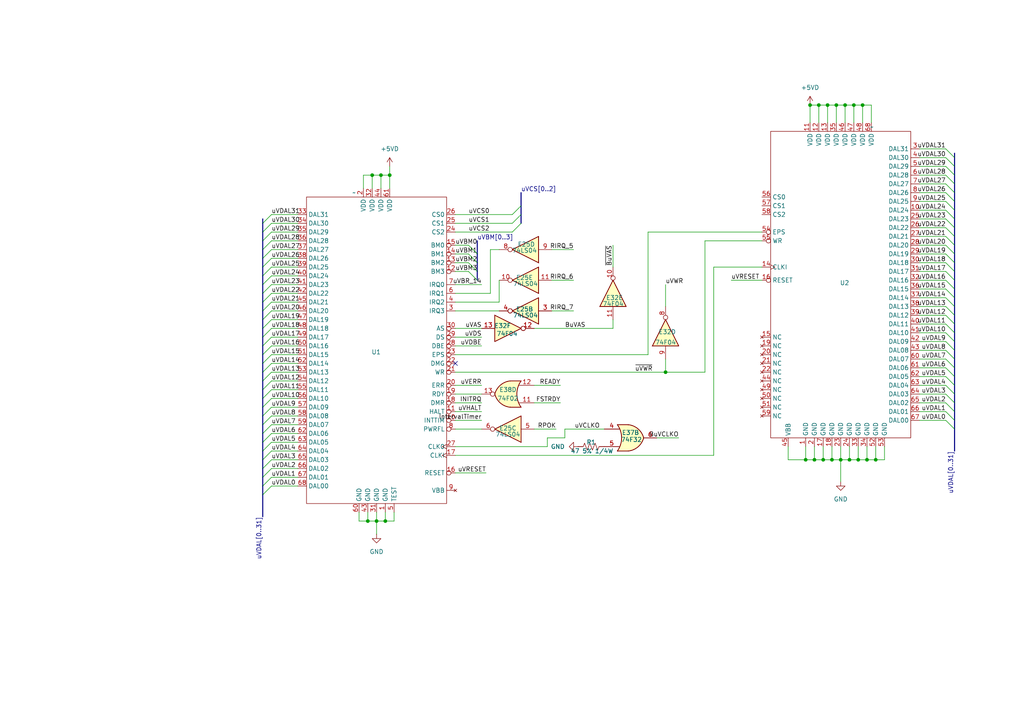
<source format=kicad_sch>
(kicad_sch (version 20250114) (generator "eeschema") (generator_version "9.0")
  (paper "A4")
  (lib_symbols
    (symbol "74xx:7402" (pin_names (offset 1.016))
      (property "Reference" "U" (at 0 1.27 0))
      (property "Value" "7402" (at 0 -1.27 0))
      (symbol "7402_1_1"
        (arc (start -3.81 3.81) (mid -2.589 0) (end -3.81 -3.81) (stroke (width 0.254)))
        (polyline (pts (xy -3.81 3.81) (xy -0.635 3.81)) (stroke (width 0.254)) (fill (type background)))
        (polyline (pts (xy -3.81 -3.81) (xy -0.635 -3.81)) (stroke (width 0.254)) (fill (type background)))
        (arc (start 3.81 0) (mid 2.1855 -2.584) (end -0.6096 -3.81) (stroke (width 0.254)) (fill (type background)))
        (arc (start -0.6096 3.81) (mid 2.1928 2.5924) (end 3.81 0) (stroke (width 0.254)) (fill (type background)))
        (polyline (pts (xy -0.635 3.81) (xy -3.81 3.81) (xy -3.81 3.81) (xy -3.556 3.4036) (xy -3.0226 2.2606) (xy -2.6924 1.0414) (xy -2.6162 -0.254) (xy -2.7686 -1.4986) (xy -3.175 -2.7178) (xy -3.81 -3.81) (xy -3.81 -3.81) (xy -0.635 -3.81)) (stroke (width -25.4)) (fill (type background)))
        (pin input line (at -7.62 2.54 0) (length 4.318) (name "~") (number "2"))
        (pin input line (at -7.62 -2.54 0) (length 4.318) (name "~") (number "3"))
        (pin output inverted (at 7.62 0 180) (length 3.81) (name "~") (number "1"))
      )
      (symbol "7402_1_2"
        (arc (start 0 3.81) (mid 3.7934 0) (end 0 -3.81) (stroke (width 0.254)) (fill (type background)))
        (polyline (pts (xy 0 3.81) (xy -3.81 3.81) (xy -3.81 -3.81) (xy 0 -3.81)) (stroke (width 0.254)) (fill (type background)))
        (pin input inverted (at -7.62 2.54 0) (length 3.81) (name "~") (number "2"))
        (pin input inverted (at -7.62 -2.54 0) (length 3.81) (name "~") (number "3"))
        (pin output line (at 7.62 0 180) (length 3.81) (name "~") (number "1"))
      )
      (symbol "7402_2_1"
        (arc (start -3.81 3.81) (mid -2.589 0) (end -3.81 -3.81) (stroke (width 0.254)))
        (polyline (pts (xy -3.81 3.81) (xy -0.635 3.81)) (stroke (width 0.254)) (fill (type background)))
        (polyline (pts (xy -3.81 -3.81) (xy -0.635 -3.81)) (stroke (width 0.254)) (fill (type background)))
        (arc (start 3.81 0) (mid 2.1855 -2.584) (end -0.6096 -3.81) (stroke (width 0.254)) (fill (type background)))
        (arc (start -0.6096 3.81) (mid 2.1928 2.5924) (end 3.81 0) (stroke (width 0.254)) (fill (type background)))
        (polyline (pts (xy -0.635 3.81) (xy -3.81 3.81) (xy -3.81 3.81) (xy -3.556 3.4036) (xy -3.0226 2.2606) (xy -2.6924 1.0414) (xy -2.6162 -0.254) (xy -2.7686 -1.4986) (xy -3.175 -2.7178) (xy -3.81 -3.81) (xy -3.81 -3.81) (xy -0.635 -3.81)) (stroke (width -25.4)) (fill (type background)))
        (pin input line (at -7.62 2.54 0) (length 4.318) (name "~") (number "5"))
        (pin input line (at -7.62 -2.54 0) (length 4.318) (name "~") (number "6"))
        (pin output inverted (at 7.62 0 180) (length 3.81) (name "~") (number "4"))
      )
      (symbol "7402_2_2"
        (arc (start 0 3.81) (mid 3.7934 0) (end 0 -3.81) (stroke (width 0.254)) (fill (type background)))
        (polyline (pts (xy 0 3.81) (xy -3.81 3.81) (xy -3.81 -3.81) (xy 0 -3.81)) (stroke (width 0.254)) (fill (type background)))
        (pin input inverted (at -7.62 2.54 0) (length 3.81) (name "~") (number "5"))
        (pin input inverted (at -7.62 -2.54 0) (length 3.81) (name "~") (number "6"))
        (pin output line (at 7.62 0 180) (length 3.81) (name "~") (number "4"))
      )
      (symbol "7402_3_1"
        (arc (start -3.81 3.81) (mid -2.589 0) (end -3.81 -3.81) (stroke (width 0.254)))
        (polyline (pts (xy -3.81 3.81) (xy -0.635 3.81)) (stroke (width 0.254)) (fill (type background)))
        (polyline (pts (xy -3.81 -3.81) (xy -0.635 -3.81)) (stroke (width 0.254)) (fill (type background)))
        (arc (start 3.81 0) (mid 2.1855 -2.584) (end -0.6096 -3.81) (stroke (width 0.254)) (fill (type background)))
        (arc (start -0.6096 3.81) (mid 2.1928 2.5924) (end 3.81 0) (stroke (width 0.254)) (fill (type background)))
        (polyline (pts (xy -0.635 3.81) (xy -3.81 3.81) (xy -3.81 3.81) (xy -3.556 3.4036) (xy -3.0226 2.2606) (xy -2.6924 1.0414) (xy -2.6162 -0.254) (xy -2.7686 -1.4986) (xy -3.175 -2.7178) (xy -3.81 -3.81) (xy -3.81 -3.81) (xy -0.635 -3.81)) (stroke (width -25.4)) (fill (type background)))
        (pin input line (at -7.62 2.54 0) (length 4.318) (name "~") (number "8"))
        (pin input line (at -7.62 -2.54 0) (length 4.318) (name "~") (number "9"))
        (pin output inverted (at 7.62 0 180) (length 3.81) (name "~") (number "10"))
      )
      (symbol "7402_3_2"
        (arc (start 0 3.81) (mid 3.7934 0) (end 0 -3.81) (stroke (width 0.254)) (fill (type background)))
        (polyline (pts (xy 0 3.81) (xy -3.81 3.81) (xy -3.81 -3.81) (xy 0 -3.81)) (stroke (width 0.254)) (fill (type background)))
        (pin input inverted (at -7.62 2.54 0) (length 3.81) (name "~") (number "8"))
        (pin input inverted (at -7.62 -2.54 0) (length 3.81) (name "~") (number "9"))
        (pin output line (at 7.62 0 180) (length 3.81) (name "~") (number "10"))
      )
      (symbol "7402_4_1"
        (arc (start -3.81 3.81) (mid -2.589 0) (end -3.81 -3.81) (stroke (width 0.254)))
        (polyline (pts (xy -3.81 3.81) (xy -0.635 3.81)) (stroke (width 0.254)) (fill (type background)))
        (polyline (pts (xy -3.81 -3.81) (xy -0.635 -3.81)) (stroke (width 0.254)) (fill (type background)))
        (arc (start 3.81 0) (mid 2.1855 -2.584) (end -0.6096 -3.81) (stroke (width 0.254)) (fill (type background)))
        (arc (start -0.6096 3.81) (mid 2.1928 2.5924) (end 3.81 0) (stroke (width 0.254)) (fill (type background)))
        (polyline (pts (xy -0.635 3.81) (xy -3.81 3.81) (xy -3.81 3.81) (xy -3.556 3.4036) (xy -3.0226 2.2606) (xy -2.6924 1.0414) (xy -2.6162 -0.254) (xy -2.7686 -1.4986) (xy -3.175 -2.7178) (xy -3.81 -3.81) (xy -3.81 -3.81) (xy -0.635 -3.81)) (stroke (width -25.4)) (fill (type background)))
        (pin input line (at -7.62 2.54 0) (length 4.318) (name "~") (number "11"))
        (pin input line (at -7.62 -2.54 0) (length 4.318) (name "~") (number "12"))
        (pin output inverted (at 7.62 0 180) (length 3.81) (name "~") (number "13"))
      )
      (symbol "7402_4_2"
        (arc (start 0 3.81) (mid 3.7934 0) (end 0 -3.81) (stroke (width 0.254)) (fill (type background)))
        (polyline (pts (xy 0 3.81) (xy -3.81 3.81) (xy -3.81 -3.81) (xy 0 -3.81)) (stroke (width 0.254)) (fill (type background)))
        (pin input inverted (at -7.62 2.54 0) (length 3.81) (name "~") (number "11"))
        (pin input inverted (at -7.62 -2.54 0) (length 3.81) (name "~") (number "12"))
        (pin output line (at 7.62 0 180) (length 3.81) (name "~") (number "13"))
      )
      (symbol "7402_5_0"
        (pin power_in line (at 0 12.7 270) (length 5.08) (name "VCC") (number "14"))
        (pin power_in line (at 0 -12.7 90) (length 5.08) (name "GND") (number "7"))
      )
      (symbol "7402_5_1"
        (rectangle (start -5.08 7.62) (end 5.08 -7.62) (stroke (width 0.254)) (fill (type background)))
      )
    )
    (symbol "74xx:74LS04"
      (property "Reference" "U" (at 0 1.27 0))
      (property "Value" "74LS04" (at 0 -1.27 0))
      (symbol "74LS04_1_0"
        (polyline (pts (xy -3.81 3.81) (xy -3.81 -3.81) (xy 3.81 0) (xy -3.81 3.81)) (stroke (width 0.254)) (fill (type background)))
        (pin input line (at -7.62 0 0) (length 3.81) (name "~") (number "1"))
        (pin output inverted (at 7.62 0 180) (length 3.81) (name "~") (number "2"))
      )
      (symbol "74LS04_2_0"
        (polyline (pts (xy -3.81 3.81) (xy -3.81 -3.81) (xy 3.81 0) (xy -3.81 3.81)) (stroke (width 0.254)) (fill (type background)))
        (pin input line (at -7.62 0 0) (length 3.81) (name "~") (number "3"))
        (pin output inverted (at 7.62 0 180) (length 3.81) (name "~") (number "4"))
      )
      (symbol "74LS04_3_0"
        (polyline (pts (xy -3.81 3.81) (xy -3.81 -3.81) (xy 3.81 0) (xy -3.81 3.81)) (stroke (width 0.254)) (fill (type background)))
        (pin input line (at -7.62 0 0) (length 3.81) (name "~") (number "5"))
        (pin output inverted (at 7.62 0 180) (length 3.81) (name "~") (number "6"))
      )
      (symbol "74LS04_4_0"
        (polyline (pts (xy -3.81 3.81) (xy -3.81 -3.81) (xy 3.81 0) (xy -3.81 3.81)) (stroke (width 0.254)) (fill (type background)))
        (pin input line (at -7.62 0 0) (length 3.81) (name "~") (number "9"))
        (pin output inverted (at 7.62 0 180) (length 3.81) (name "~") (number "8"))
      )
      (symbol "74LS04_5_0"
        (polyline (pts (xy -3.81 3.81) (xy -3.81 -3.81) (xy 3.81 0) (xy -3.81 3.81)) (stroke (width 0.254)) (fill (type background)))
        (pin input line (at -7.62 0 0) (length 3.81) (name "~") (number "11"))
        (pin output inverted (at 7.62 0 180) (length 3.81) (name "~") (number "10"))
      )
      (symbol "74LS04_6_0"
        (polyline (pts (xy -3.81 3.81) (xy -3.81 -3.81) (xy 3.81 0) (xy -3.81 3.81)) (stroke (width 0.254)) (fill (type background)))
        (pin input line (at -7.62 0 0) (length 3.81) (name "~") (number "13"))
        (pin output inverted (at 7.62 0 180) (length 3.81) (name "~") (number "12"))
      )
      (symbol "74LS04_7_0"
        (pin power_in line (at 0 12.7 270) (length 5.08) (name "VCC") (number "14"))
        (pin power_in line (at 0 -12.7 90) (length 5.08) (name "GND") (number "7"))
      )
      (symbol "74LS04_7_1"
        (rectangle (start -5.08 7.62) (end 5.08 -7.62) (stroke (width 0.254)) (fill (type background)))
      )
    )
    (symbol "74xx:74LS32" (pin_names (offset 1.016))
      (property "Reference" "U" (at 0 1.27 0))
      (property "Value" "74LS32" (at 0 -1.27 0))
      (symbol "74LS32_1_1"
        (arc (start -3.81 3.81) (mid -2.589 0) (end -3.81 -3.81) (stroke (width 0.254)))
        (polyline (pts (xy -3.81 3.81) (xy -0.635 3.81)) (stroke (width 0.254)) (fill (type background)))
        (polyline (pts (xy -3.81 -3.81) (xy -0.635 -3.81)) (stroke (width 0.254)) (fill (type background)))
        (arc (start 3.81 0) (mid 2.1855 -2.584) (end -0.6096 -3.81) (stroke (width 0.254)) (fill (type background)))
        (arc (start -0.6096 3.81) (mid 2.1928 2.5924) (end 3.81 0) (stroke (width 0.254)) (fill (type background)))
        (polyline (pts (xy -0.635 3.81) (xy -3.81 3.81) (xy -3.81 3.81) (xy -3.556 3.4036) (xy -3.0226 2.2606) (xy -2.6924 1.0414) (xy -2.6162 -0.254) (xy -2.7686 -1.4986) (xy -3.175 -2.7178) (xy -3.81 -3.81) (xy -3.81 -3.81) (xy -0.635 -3.81)) (stroke (width -25.4)) (fill (type background)))
        (pin input line (at -7.62 2.54 0) (length 4.318) (name "~") (number "1"))
        (pin input line (at -7.62 -2.54 0) (length 4.318) (name "~") (number "2"))
        (pin output line (at 7.62 0 180) (length 3.81) (name "~") (number "3"))
      )
      (symbol "74LS32_1_2"
        (arc (start 0 3.81) (mid 3.7934 0) (end 0 -3.81) (stroke (width 0.254)) (fill (type background)))
        (polyline (pts (xy 0 3.81) (xy -3.81 3.81) (xy -3.81 -3.81) (xy 0 -3.81)) (stroke (width 0.254)) (fill (type background)))
        (pin input inverted (at -7.62 2.54 0) (length 3.81) (name "~") (number "1"))
        (pin input inverted (at -7.62 -2.54 0) (length 3.81) (name "~") (number "2"))
        (pin output inverted (at 7.62 0 180) (length 3.81) (name "~") (number "3"))
      )
      (symbol "74LS32_2_1"
        (arc (start -3.81 3.81) (mid -2.589 0) (end -3.81 -3.81) (stroke (width 0.254)))
        (polyline (pts (xy -3.81 3.81) (xy -0.635 3.81)) (stroke (width 0.254)) (fill (type background)))
        (polyline (pts (xy -3.81 -3.81) (xy -0.635 -3.81)) (stroke (width 0.254)) (fill (type background)))
        (arc (start 3.81 0) (mid 2.1855 -2.584) (end -0.6096 -3.81) (stroke (width 0.254)) (fill (type background)))
        (arc (start -0.6096 3.81) (mid 2.1928 2.5924) (end 3.81 0) (stroke (width 0.254)) (fill (type background)))
        (polyline (pts (xy -0.635 3.81) (xy -3.81 3.81) (xy -3.81 3.81) (xy -3.556 3.4036) (xy -3.0226 2.2606) (xy -2.6924 1.0414) (xy -2.6162 -0.254) (xy -2.7686 -1.4986) (xy -3.175 -2.7178) (xy -3.81 -3.81) (xy -3.81 -3.81) (xy -0.635 -3.81)) (stroke (width -25.4)) (fill (type background)))
        (pin input line (at -7.62 2.54 0) (length 4.318) (name "~") (number "4"))
        (pin input line (at -7.62 -2.54 0) (length 4.318) (name "~") (number "5"))
        (pin output line (at 7.62 0 180) (length 3.81) (name "~") (number "6"))
      )
      (symbol "74LS32_2_2"
        (arc (start 0 3.81) (mid 3.7934 0) (end 0 -3.81) (stroke (width 0.254)) (fill (type background)))
        (polyline (pts (xy 0 3.81) (xy -3.81 3.81) (xy -3.81 -3.81) (xy 0 -3.81)) (stroke (width 0.254)) (fill (type background)))
        (pin input inverted (at -7.62 2.54 0) (length 3.81) (name "~") (number "4"))
        (pin input inverted (at -7.62 -2.54 0) (length 3.81) (name "~") (number "5"))
        (pin output inverted (at 7.62 0 180) (length 3.81) (name "~") (number "6"))
      )
      (symbol "74LS32_3_1"
        (arc (start -3.81 3.81) (mid -2.589 0) (end -3.81 -3.81) (stroke (width 0.254)))
        (polyline (pts (xy -3.81 3.81) (xy -0.635 3.81)) (stroke (width 0.254)) (fill (type background)))
        (polyline (pts (xy -3.81 -3.81) (xy -0.635 -3.81)) (stroke (width 0.254)) (fill (type background)))
        (arc (start 3.81 0) (mid 2.1855 -2.584) (end -0.6096 -3.81) (stroke (width 0.254)) (fill (type background)))
        (arc (start -0.6096 3.81) (mid 2.1928 2.5924) (end 3.81 0) (stroke (width 0.254)) (fill (type background)))
        (polyline (pts (xy -0.635 3.81) (xy -3.81 3.81) (xy -3.81 3.81) (xy -3.556 3.4036) (xy -3.0226 2.2606) (xy -2.6924 1.0414) (xy -2.6162 -0.254) (xy -2.7686 -1.4986) (xy -3.175 -2.7178) (xy -3.81 -3.81) (xy -3.81 -3.81) (xy -0.635 -3.81)) (stroke (width -25.4)) (fill (type background)))
        (pin input line (at -7.62 2.54 0) (length 4.318) (name "~") (number "9"))
        (pin input line (at -7.62 -2.54 0) (length 4.318) (name "~") (number "10"))
        (pin output line (at 7.62 0 180) (length 3.81) (name "~") (number "8"))
      )
      (symbol "74LS32_3_2"
        (arc (start 0 3.81) (mid 3.7934 0) (end 0 -3.81) (stroke (width 0.254)) (fill (type background)))
        (polyline (pts (xy 0 3.81) (xy -3.81 3.81) (xy -3.81 -3.81) (xy 0 -3.81)) (stroke (width 0.254)) (fill (type background)))
        (pin input inverted (at -7.62 2.54 0) (length 3.81) (name "~") (number "9"))
        (pin input inverted (at -7.62 -2.54 0) (length 3.81) (name "~") (number "10"))
        (pin output inverted (at 7.62 0 180) (length 3.81) (name "~") (number "8"))
      )
      (symbol "74LS32_4_1"
        (arc (start -3.81 3.81) (mid -2.589 0) (end -3.81 -3.81) (stroke (width 0.254)))
        (polyline (pts (xy -3.81 3.81) (xy -0.635 3.81)) (stroke (width 0.254)) (fill (type background)))
        (polyline (pts (xy -3.81 -3.81) (xy -0.635 -3.81)) (stroke (width 0.254)) (fill (type background)))
        (arc (start 3.81 0) (mid 2.1855 -2.584) (end -0.6096 -3.81) (stroke (width 0.254)) (fill (type background)))
        (arc (start -0.6096 3.81) (mid 2.1928 2.5924) (end 3.81 0) (stroke (width 0.254)) (fill (type background)))
        (polyline (pts (xy -0.635 3.81) (xy -3.81 3.81) (xy -3.81 3.81) (xy -3.556 3.4036) (xy -3.0226 2.2606) (xy -2.6924 1.0414) (xy -2.6162 -0.254) (xy -2.7686 -1.4986) (xy -3.175 -2.7178) (xy -3.81 -3.81) (xy -3.81 -3.81) (xy -0.635 -3.81)) (stroke (width -25.4)) (fill (type background)))
        (pin input line (at -7.62 2.54 0) (length 4.318) (name "~") (number "12"))
        (pin input line (at -7.62 -2.54 0) (length 4.318) (name "~") (number "13"))
        (pin output line (at 7.62 0 180) (length 3.81) (name "~") (number "11"))
      )
      (symbol "74LS32_4_2"
        (arc (start 0 3.81) (mid 3.7934 0) (end 0 -3.81) (stroke (width 0.254)) (fill (type background)))
        (polyline (pts (xy 0 3.81) (xy -3.81 3.81) (xy -3.81 -3.81) (xy 0 -3.81)) (stroke (width 0.254)) (fill (type background)))
        (pin input inverted (at -7.62 2.54 0) (length 3.81) (name "~") (number "12"))
        (pin input inverted (at -7.62 -2.54 0) (length 3.81) (name "~") (number "13"))
        (pin output inverted (at 7.62 0 180) (length 3.81) (name "~") (number "11"))
      )
      (symbol "74LS32_5_0"
        (pin power_in line (at 0 12.7 270) (length 5.08) (name "VCC") (number "14"))
        (pin power_in line (at 0 -12.7 90) (length 5.08) (name "GND") (number "7"))
      )
      (symbol "74LS32_5_1"
        (rectangle (start -5.08 7.62) (end 5.08 -7.62) (stroke (width 0.254)) (fill (type background)))
      )
    )
    (symbol "Device:R_US" (pin_numbers (hide yes)) (pin_names (offset 0))
      (property "Reference" "R" (at 2.54 0 90))
      (property "Value" "R_US" (at -2.54 0 90))
      (symbol "R_US_0_1"
        (polyline (pts (xy 0 2.286) (xy 0 2.54)))
        (polyline (pts (xy 0 2.286) (xy 1.016 1.905) (xy 0 1.524) (xy -1.016 1.143) (xy 0 0.762)))
        (polyline (pts (xy 0 0.762) (xy 1.016 0.381) (xy 0 0) (xy -1.016 -0.381) (xy 0 -0.762)))
        (polyline (pts (xy 0 -0.762) (xy 1.016 -1.143) (xy 0 -1.524) (xy -1.016 -1.905) (xy 0 -2.286)))
        (polyline (pts (xy 0 -2.286) (xy 0 -2.54)))
      )
      (symbol "R_US_1_1"
        (pin passive line (at 0 3.81 270) (length 1.27) (name "~") (number "1"))
        (pin passive line (at 0 -3.81 90) (length 1.27) (name "~") (number "2"))
      )
    )
    (symbol "microvax:78032"
      (property "Reference" "U" (at 0 0 0))
      (symbol "78032_0_0"
        (pin bidirectional line (at -22.86 39.37 0) (length 2.54) (name "CS0") (number "26"))
        (pin bidirectional line (at -22.86 36.83 0) (length 2.54) (name "CS1") (number "25"))
        (pin bidirectional line (at -22.86 34.29 0) (length 2.54) (name "CS2") (number "24"))
        (pin bidirectional inverted (at -22.86 30.48 0) (length 2.54) (name "BM0") (number "15"))
        (pin bidirectional inverted (at -22.86 27.94 0) (length 2.54) (name "BM1") (number "14"))
        (pin bidirectional inverted (at -22.86 25.4 0) (length 2.54) (name "BM2") (number "13"))
        (pin bidirectional inverted (at -22.86 22.86 0) (length 2.54) (name "BM3") (number "12"))
        (pin bidirectional line (at -22.86 19.05 0) (length 2.54) (name "IRQ0") (number "7"))
        (pin bidirectional line (at -22.86 16.51 0) (length 2.54) (name "IRQ1") (number "6"))
        (pin bidirectional line (at -22.86 13.97 0) (length 2.54) (name "IRQ2") (number "4"))
        (pin bidirectional line (at -22.86 11.43 0) (length 2.54) (name "IRQ3") (number "3"))
        (pin output inverted (at -22.86 6.35 0) (length 2.54) (name "AS") (number "30"))
        (pin output inverted (at -22.86 3.81 0) (length 2.54) (name "DS") (number "29"))
        (pin output inverted (at -22.86 1.27 0) (length 2.54) (name "DBE") (number "28"))
        (pin output inverted (at -22.86 -1.27 0) (length 2.54) (name "EPS") (number "23"))
        (pin output inverted (at -22.86 -3.81 0) (length 2.54) (name "DMG") (number "22"))
        (pin output inverted (at -22.86 -6.35 0) (length 2.54) (name "WR") (number "21"))
        (pin input inverted (at -22.86 -10.16 0) (length 2.54) (name "ERR") (number "20"))
        (pin input inverted (at -22.86 -12.7 0) (length 2.54) (name "RDY") (number "19"))
        (pin input inverted (at -22.86 -15.24 0) (length 2.54) (name "DMR") (number "18"))
        (pin input inverted (at -22.86 -17.78 0) (length 2.54) (name "HALT") (number "11"))
        (pin input inverted (at -22.86 -20.32 0) (length 2.54) (name "INTTIM") (number "10"))
        (pin input inverted (at -22.86 -22.86 0) (length 2.54) (name "PWRFL") (number "8"))
        (pin output clock (at -22.86 -27.94 0) (length 2.54) (name "CLK0") (number "27"))
        (pin input clock (at -22.86 -30.48 0) (length 2.54) (name "CLKI") (number "17"))
        (pin input inverted (at -22.86 -35.56 0) (length 2.54) (name "RESET") (number "16"))
        (pin no_connect line (at -22.86 -40.64 0) (length 2.54) (name "VBB") (number "9"))
        (pin input line (at -5.08 -46.99 90) (length 2.54) (name "TEST") (number "5"))
        (pin power_in line (at -3.81 46.99 270) (length 2.54) (name "VDD") (number "61"))
        (pin power_in line (at -2.54 -46.99 90) (length 2.54) (name "GND") (number "1"))
        (pin power_in line (at -1.27 46.99 270) (length 2.54) (name "VDD") (number "44"))
        (pin power_in line (at 0 -46.99 90) (length 2.54) (name "GND") (number "31"))
        (pin power_in line (at 1.27 46.99 270) (length 2.54) (name "VDD") (number "32"))
        (pin power_in line (at 2.54 -46.99 90) (length 2.54) (name "GND") (number "43"))
        (pin power_in line (at 3.81 46.99 270) (length 2.54) (name "VDD") (number "2"))
        (pin power_in line (at 5.08 -46.99 90) (length 2.54) (name "GND") (number "60"))
        (pin bidirectional line (at 22.86 39.37 180) (length 2.54) (name "DAL31") (number "33"))
        (pin bidirectional line (at 22.86 36.83 180) (length 2.54) (name "DAL30") (number "34"))
        (pin bidirectional line (at 22.86 34.29 180) (length 2.54) (name "DAL29") (number "35"))
        (pin bidirectional line (at 22.86 31.75 180) (length 2.54) (name "DAL28") (number "36"))
        (pin bidirectional line (at 22.86 29.21 180) (length 2.54) (name "DAL27") (number "37"))
        (pin bidirectional line (at 22.86 26.67 180) (length 2.54) (name "DAL26") (number "38"))
        (pin bidirectional line (at 22.86 24.13 180) (length 2.54) (name "DAL25") (number "39"))
        (pin bidirectional line (at 22.86 21.59 180) (length 2.54) (name "DAL24") (number "40"))
        (pin bidirectional line (at 22.86 19.05 180) (length 2.54) (name "DAL23") (number "41"))
        (pin bidirectional line (at 22.86 16.51 180) (length 2.54) (name "DAL22") (number "42"))
        (pin bidirectional line (at 22.86 13.97 180) (length 2.54) (name "DAL21") (number "45"))
        (pin bidirectional line (at 22.86 11.43 180) (length 2.54) (name "DAL20") (number "46"))
        (pin bidirectional line (at 22.86 8.89 180) (length 2.54) (name "DAL19") (number "47"))
        (pin bidirectional line (at 22.86 6.35 180) (length 2.54) (name "DAL18") (number "48"))
        (pin bidirectional line (at 22.86 3.81 180) (length 2.54) (name "DAL17") (number "49"))
        (pin bidirectional line (at 22.86 1.27 180) (length 2.54) (name "DAL16") (number "50"))
        (pin bidirectional line (at 22.86 -1.27 180) (length 2.54) (name "DAL15") (number "51"))
        (pin bidirectional line (at 22.86 -3.81 180) (length 2.54) (name "DAL14") (number "52"))
        (pin bidirectional line (at 22.86 -6.35 180) (length 2.54) (name "DAL13") (number "53"))
        (pin bidirectional line (at 22.86 -8.89 180) (length 2.54) (name "DAL12") (number "54"))
        (pin bidirectional line (at 22.86 -11.43 180) (length 2.54) (name "DAL11") (number "55"))
        (pin bidirectional line (at 22.86 -13.97 180) (length 2.54) (name "DAL10") (number "56"))
        (pin bidirectional line (at 22.86 -16.51 180) (length 2.54) (name "DAL09") (number "57"))
        (pin bidirectional line (at 22.86 -19.05 180) (length 2.54) (name "DAL08") (number "58"))
        (pin bidirectional line (at 22.86 -21.59 180) (length 2.54) (name "DAL07") (number "59"))
        (pin bidirectional line (at 22.86 -24.13 180) (length 2.54) (name "DAL06") (number "62"))
        (pin bidirectional line (at 22.86 -26.67 180) (length 2.54) (name "DAL05") (number "63"))
        (pin bidirectional line (at 22.86 -29.21 180) (length 2.54) (name "DAL04") (number "64"))
        (pin bidirectional line (at 22.86 -31.75 180) (length 2.54) (name "DAL03") (number "65"))
        (pin bidirectional line (at 22.86 -34.29 180) (length 2.54) (name "DAL02") (number "66"))
        (pin bidirectional line (at 22.86 -36.83 180) (length 2.54) (name "DAL01") (number "67"))
        (pin bidirectional line (at 22.86 -39.37 180) (length 2.54) (name "DAL00") (number "68"))
      )
      (symbol "78032_0_1"
        (rectangle (start -20.32 44.45) (end 20.32 -44.45))
      )
    )
    (symbol "microvax:78132"
      (property "Reference" "U2" (at 8.4933 48.26 0))
      (property "Value" "~" (at 8.4933 45.72 0))
      (symbol "78132_0_0"
        (pin bidirectional line (at -22.86 25.4 0) (length 2.54) (name "CS0") (number "56"))
        (pin bidirectional line (at -22.86 22.86 0) (length 2.54) (name "CS1") (number "57"))
        (pin output line (at -22.86 20.32 0) (length 2.54) (name "CS2") (number "58"))
        (pin output inverted (at -22.86 15.24 0) (length 2.54) (name "EPS") (number "54"))
        (pin output inverted (at -22.86 12.7 0) (length 2.54) (name "WR") (number "55"))
        (pin input clock (at -22.86 5.08 0) (length 2.54) (name "CLKI") (number "14"))
        (pin input inverted (at -22.86 1.27 0) (length 2.54) (name "RESET") (number "16"))
        (pin no_connect line (at -22.86 -15.24 0) (length 2.54) (name "NC") (number "15"))
        (pin no_connect line (at -22.86 -17.78 0) (length 2.54) (name "NC") (number "19"))
        (pin no_connect line (at -22.86 -20.32 0) (length 2.54) (name "NC") (number "20"))
        (pin no_connect line (at -22.86 -22.86 0) (length 2.54) (name "NC") (number "21"))
        (pin no_connect line (at -22.86 -25.4 0) (length 2.54) (name "NC") (number "22"))
        (pin no_connect line (at -22.86 -27.94 0) (length 2.54) (name "NC") (number "44"))
        (pin no_connect line (at -22.86 -30.48 0) (length 2.54) (name "NC") (number "49"))
        (pin no_connect line (at -22.86 -33.02 0) (length 2.54) (name "NC") (number "50"))
        (pin no_connect line (at -22.86 -35.56 0) (length 2.54) (name "NC") (number "51"))
        (pin no_connect line (at -22.86 -38.1 0) (length 2.54) (name "NC") (number "59"))
        (pin power_in line (at -15.24 -46.99 90) (length 2.54) (name "VBB") (number "45"))
        (pin power_in line (at -10.16 -46.99 90) (length 2.54) (name "GND") (number "1"))
        (pin power_in line (at -8.89 46.99 270) (length 2.54) (name "VDD") (number "11"))
        (pin power_in line (at -7.62 -46.99 90) (length 2.54) (name "GND") (number "2"))
        (pin power_in line (at -6.35 46.99 270) (length 2.54) (name "VDD") (number "12"))
        (pin power_in line (at -5.08 -46.99 90) (length 2.54) (name "GND") (number "17"))
        (pin power_in line (at -3.81 46.99 270) (length 2.54) (name "VDD") (number "13"))
        (pin power_in line (at -2.54 -46.99 90) (length 2.54) (name "GND") (number "18"))
        (pin power_in line (at -1.27 46.99 270) (length 2.54) (name "VDD") (number "35"))
        (pin power_in line (at 0 -46.99 90) (length 2.54) (name "GND") (number "23"))
        (pin power_in line (at 1.27 46.99 270) (length 2.54) (name "VDD") (number "46"))
        (pin power_in line (at 2.54 -46.99 90) (length 2.54) (name "GND") (number "24"))
        (pin power_in line (at 3.81 46.99 270) (length 2.54) (name "VDD") (number "47"))
        (pin power_in line (at 5.08 -46.99 90) (length 2.54) (name "GND") (number "33"))
        (pin power_in line (at 6.35 46.99 270) (length 2.54) (name "VDD") (number "48"))
        (pin power_in line (at 7.62 -46.99 90) (length 2.54) (name "GND") (number "34"))
        (pin power_in line (at 8.89 46.99 270) (length 2.54) (name "VDD") (number "68"))
        (pin power_in line (at 10.16 -46.99 90) (length 2.54) (name "GND") (number "52"))
        (pin power_in line (at 12.7 -46.99 90) (length 2.54) (name "GND") (number "53"))
        (pin bidirectional line (at 22.86 39.37 180) (length 2.54) (name "DAL31") (number "3"))
        (pin bidirectional line (at 22.86 36.83 180) (length 2.54) (name "DAL30") (number "4"))
        (pin bidirectional line (at 22.86 34.29 180) (length 2.54) (name "DAL29") (number "5"))
        (pin bidirectional line (at 22.86 31.75 180) (length 2.54) (name "DAL28") (number "6"))
        (pin bidirectional line (at 22.86 29.21 180) (length 2.54) (name "DAL27") (number "7"))
        (pin bidirectional line (at 22.86 26.67 180) (length 2.54) (name "DAL26") (number "8"))
        (pin bidirectional line (at 22.86 24.13 180) (length 2.54) (name "DAL25") (number "9"))
        (pin bidirectional line (at 22.86 21.59 180) (length 2.54) (name "DAL24") (number "10"))
        (pin bidirectional line (at 22.86 19.05 180) (length 2.54) (name "DAL23") (number "25"))
        (pin bidirectional line (at 22.86 16.51 180) (length 2.54) (name "DAL22") (number "26"))
        (pin bidirectional line (at 22.86 13.97 180) (length 2.54) (name "DAL21") (number "27"))
        (pin bidirectional line (at 22.86 11.43 180) (length 2.54) (name "DAL20") (number "28"))
        (pin bidirectional line (at 22.86 8.89 180) (length 2.54) (name "DAL19") (number "29"))
        (pin bidirectional line (at 22.86 6.35 180) (length 2.54) (name "DAL18") (number "30"))
        (pin bidirectional line (at 22.86 3.81 180) (length 2.54) (name "DAL17") (number "31"))
        (pin bidirectional line (at 22.86 1.27 180) (length 2.54) (name "DAL16") (number "32"))
        (pin bidirectional line (at 22.86 -1.27 180) (length 2.54) (name "DAL15") (number "36"))
        (pin bidirectional line (at 22.86 -3.81 180) (length 2.54) (name "DAL14") (number "37"))
        (pin bidirectional line (at 22.86 -6.35 180) (length 2.54) (name "DAL13") (number "38"))
        (pin bidirectional line (at 22.86 -8.89 180) (length 2.54) (name "DAL12") (number "39"))
        (pin bidirectional line (at 22.86 -11.43 180) (length 2.54) (name "DAL11") (number "40"))
        (pin bidirectional line (at 22.86 -13.97 180) (length 2.54) (name "DAL10") (number "41"))
        (pin bidirectional line (at 22.86 -16.51 180) (length 2.54) (name "DAL09") (number "42"))
        (pin bidirectional line (at 22.86 -19.05 180) (length 2.54) (name "DAL08") (number "43"))
        (pin bidirectional line (at 22.86 -21.59 180) (length 2.54) (name "DAL07") (number "60"))
        (pin bidirectional line (at 22.86 -24.13 180) (length 2.54) (name "DAL06") (number "61"))
        (pin bidirectional line (at 22.86 -26.67 180) (length 2.54) (name "DAL05") (number "62"))
        (pin bidirectional line (at 22.86 -29.21 180) (length 2.54) (name "DAL04") (number "63"))
        (pin bidirectional line (at 22.86 -31.75 180) (length 2.54) (name "DAL03") (number "64"))
        (pin bidirectional line (at 22.86 -34.29 180) (length 2.54) (name "DAL02") (number "65"))
        (pin bidirectional line (at 22.86 -36.83 180) (length 2.54) (name "DAL01") (number "66"))
        (pin bidirectional line (at 22.86 -39.37 180) (length 2.54) (name "DAL00") (number "67"))
      )
      (symbol "78132_0_1"
        (rectangle (start -20.32 44.45) (end 20.32 -44.45))
      )
    )
    (symbol "power:+5VD" (power) (pin_numbers (hide yes)) (pin_names (offset 0) (hide yes))
      (property "Value" "+5VD" (at 0 3.556 0))
      (symbol "+5VD_0_1"
        (polyline (pts (xy -0.762 1.27) (xy 0 2.54)))
        (polyline (pts (xy 0 2.54) (xy 0.762 1.27)))
        (polyline (pts (xy 0 0) (xy 0 2.54)))
      )
      (symbol "+5VD_1_1"
        (pin power_in line (at 0 0 90) (length 0) (name "~") (number "1"))
      )
    )
    (symbol "power:GND" (power) (pin_numbers (hide yes)) (pin_names (offset 0) (hide yes))
      (property "Value" "GND" (at 0 -3.81 0))
      (symbol "GND_0_1"
        (polyline (pts (xy 0 0) (xy 0 -1.27) (xy 1.27 -1.27) (xy 0 -2.54) (xy -1.27 -1.27) (xy 0 -1.27)))
      )
      (symbol "GND_1_1"
        (pin power_in line (at 0 0 270) (length 0) (name "~") (number "1"))
      )
    )
  )
  (junction (at 245.11 30.48))
  (junction (at 238.76 133.35))
  (junction (at 110.49 50.8))
  (junction (at 248.92 133.35))
  (junction (at 243.84 133.35))
  (junction (at 106.68 151.13))
  (junction (at 109.22 151.13))
  (junction (at 193.04 107.95))
  (junction (at 242.57 30.48))
  (junction (at 251.46 133.35))
  (junction (at 113.03 50.8))
  (junction (at 234.95 30.48))
  (junction (at 250.19 30.48))
  (junction (at 247.65 30.48))
  (junction (at 240.03 30.48))
  (junction (at 241.3 133.35))
  (junction (at 246.38 133.35))
  (junction (at 236.22 133.35))
  (junction (at 233.68 133.35))
  (junction (at 107.95 50.8))
  (junction (at 111.76 151.13))
  (junction (at 237.49 30.48))
  (junction (at 254 133.35))
  (no_connect (at 132.08 105.41))
  (bus_entry (at 276.86 55.88) (size -2.54 -2.54))
  (bus_entry (at 276.86 50.8) (size -2.54 -2.54))
  (bus_entry (at 276.86 71.12) (size -2.54 -2.54))
  (bus_entry (at 276.86 96.52) (size -2.54 -2.54))
  (bus_entry (at 135.89 71.12) (size 2.54 2.54))
  (bus_entry (at 76.2 69.85) (size 2.54 -2.54))
  (bus_entry (at 76.2 85.09) (size 2.54 -2.54))
  (bus_entry (at 276.86 73.66) (size -2.54 -2.54))
  (bus_entry (at 76.2 77.47) (size 2.54 -2.54))
  (bus_entry (at 276.86 68.58) (size -2.54 -2.54))
  (bus_entry (at 76.2 97.79) (size 2.54 -2.54))
  (bus_entry (at 276.86 45.72) (size -2.54 -2.54))
  (bus_entry (at 76.2 80.01) (size 2.54 -2.54))
  (bus_entry (at 135.89 73.66) (size 2.54 2.54))
  (bus_entry (at 76.2 123.19) (size 2.54 -2.54))
  (bus_entry (at 76.2 115.57) (size 2.54 -2.54))
  (bus_entry (at 76.2 110.49) (size 2.54 -2.54))
  (bus_entry (at 276.86 66.04) (size -2.54 -2.54))
  (bus_entry (at 276.86 116.84) (size -2.54 -2.54))
  (bus_entry (at 276.86 91.44) (size -2.54 -2.54))
  (bus_entry (at 76.2 130.81) (size 2.54 -2.54))
  (bus_entry (at 76.2 133.35) (size 2.54 -2.54))
  (bus_entry (at 76.2 113.03) (size 2.54 -2.54))
  (bus_entry (at 76.2 95.25) (size 2.54 -2.54))
  (bus_entry (at 148.59 62.23) (size 2.54 -2.54))
  (bus_entry (at 276.86 78.74) (size -2.54 -2.54))
  (bus_entry (at 76.2 72.39) (size 2.54 -2.54))
  (bus_entry (at 276.86 58.42) (size -2.54 -2.54))
  (bus_entry (at 276.86 53.34) (size -2.54 -2.54))
  (bus_entry (at 76.2 102.87) (size 2.54 -2.54))
  (bus_entry (at 76.2 100.33) (size 2.54 -2.54))
  (bus_entry (at 76.2 92.71) (size 2.54 -2.54))
  (bus_entry (at 76.2 125.73) (size 2.54 -2.54))
  (bus_entry (at 276.86 111.76) (size -2.54 -2.54))
  (bus_entry (at 76.2 87.63) (size 2.54 -2.54))
  (bus_entry (at 76.2 82.55) (size 2.54 -2.54))
  (bus_entry (at 76.2 135.89) (size 2.54 -2.54))
  (bus_entry (at 76.2 143.51) (size 2.54 -2.54))
  (bus_entry (at 76.2 140.97) (size 2.54 -2.54))
  (bus_entry (at 76.2 74.93) (size 2.54 -2.54))
  (bus_entry (at 276.86 88.9) (size -2.54 -2.54))
  (bus_entry (at 276.86 86.36) (size -2.54 -2.54))
  (bus_entry (at 276.86 121.92) (size -2.54 -2.54))
  (bus_entry (at 276.86 124.46) (size -2.54 -2.54))
  (bus_entry (at 276.86 104.14) (size -2.54 -2.54))
  (bus_entry (at 276.86 114.3) (size -2.54 -2.54))
  (bus_entry (at 76.2 138.43) (size 2.54 -2.54))
  (bus_entry (at 276.86 101.6) (size -2.54 -2.54))
  (bus_entry (at 148.59 64.77) (size 2.54 -2.54))
  (bus_entry (at 135.89 76.2) (size 2.54 2.54))
  (bus_entry (at 276.86 109.22) (size -2.54 -2.54))
  (bus_entry (at 276.86 119.38) (size -2.54 -2.54))
  (bus_entry (at 276.86 93.98) (size -2.54 -2.54))
  (bus_entry (at 76.2 107.95) (size 2.54 -2.54))
  (bus_entry (at 276.86 48.26) (size -2.54 -2.54))
  (bus_entry (at 276.86 63.5) (size -2.54 -2.54))
  (bus_entry (at 135.89 78.74) (size 2.54 2.54))
  (bus_entry (at 276.86 106.68) (size -2.54 -2.54))
  (bus_entry (at 276.86 60.96) (size -2.54 -2.54))
  (bus_entry (at 76.2 118.11) (size 2.54 -2.54))
  (bus_entry (at 276.86 81.28) (size -2.54 -2.54))
  (bus_entry (at 76.2 67.31) (size 2.54 -2.54))
  (bus_entry (at 76.2 105.41) (size 2.54 -2.54))
  (bus_entry (at 76.2 64.77) (size 2.54 -2.54))
  (bus_entry (at 76.2 120.65) (size 2.54 -2.54))
  (bus_entry (at 276.86 99.06) (size -2.54 -2.54))
  (bus_entry (at 76.2 128.27) (size 2.54 -2.54))
  (bus_entry (at 76.2 90.17) (size 2.54 -2.54))
  (bus_entry (at 276.86 83.82) (size -2.54 -2.54))
  (bus_entry (at 148.59 67.31) (size 2.54 -2.54))
  (bus_entry (at 276.86 76.2) (size -2.54 -2.54))
  (bus (pts (xy 276.86 99.06) (xy 276.86 101.6)))
  (wire (pts (xy 247.65 30.48) (xy 247.65 35.56)))
  (wire (pts (xy 175.26 124.46) (xy 163.83 124.46)))
  (bus (pts (xy 76.2 100.33) (xy 76.2 102.87)))
  (wire (pts (xy 78.74 95.25) (xy 86.36 95.25)))
  (bus (pts (xy 76.2 128.27) (xy 76.2 130.81)))
  (wire (pts (xy 78.74 80.01) (xy 86.36 80.01)))
  (wire (pts (xy 274.32 106.68) (xy 266.7 106.68)))
  (wire (pts (xy 274.32 43.18) (xy 266.7 43.18)))
  (wire (pts (xy 250.19 30.48) (xy 252.73 30.48)))
  (wire (pts (xy 212.09 81.28) (xy 220.98 81.28)))
  (wire (pts (xy 274.32 68.58) (xy 266.7 68.58)))
  (wire (pts (xy 251.46 129.54) (xy 251.46 133.35)))
  (wire (pts (xy 248.92 129.54) (xy 248.92 133.35)))
  (wire (pts (xy 109.22 151.13) (xy 111.76 151.13)))
  (wire (pts (xy 78.74 115.57) (xy 86.36 115.57)))
  (wire (pts (xy 274.32 60.96) (xy 266.7 60.96)))
  (wire (pts (xy 274.32 91.44) (xy 266.7 91.44)))
  (bus (pts (xy 276.86 88.9) (xy 276.86 91.44)))
  (bus (pts (xy 76.2 138.43) (xy 76.2 140.97)))
  (bus (pts (xy 276.86 66.04) (xy 276.86 68.58)))
  (bus (pts (xy 276.86 76.2) (xy 276.86 78.74)))
  (wire (pts (xy 236.22 129.54) (xy 236.22 133.35)))
  (wire (pts (xy 78.74 135.89) (xy 86.36 135.89)))
  (bus (pts (xy 276.86 83.82) (xy 276.86 86.36)))
  (wire (pts (xy 132.08 129.54) (xy 158.75 129.54)))
  (wire (pts (xy 233.68 133.35) (xy 228.6 133.35)))
  (bus (pts (xy 76.2 105.41) (xy 76.2 107.95)))
  (bus (pts (xy 76.2 64.77) (xy 76.2 67.31)))
  (wire (pts (xy 132.08 107.95) (xy 193.04 107.95)))
  (bus (pts (xy 276.86 96.52) (xy 276.86 99.06)))
  (wire (pts (xy 110.49 50.8) (xy 110.49 54.61)))
  (wire (pts (xy 245.11 30.48) (xy 247.65 30.48)))
  (wire (pts (xy 78.74 77.47) (xy 86.36 77.47)))
  (wire (pts (xy 243.84 129.54) (xy 243.84 133.35)))
  (wire (pts (xy 154.94 116.84) (xy 162.56 116.84)))
  (wire (pts (xy 234.95 35.56) (xy 234.95 30.48)))
  (wire (pts (xy 132.08 100.33) (xy 139.7 100.33)))
  (wire (pts (xy 78.74 85.09) (xy 86.36 85.09)))
  (wire (pts (xy 207.01 77.47) (xy 207.01 132.08)))
  (bus (pts (xy 276.86 53.34) (xy 276.86 55.88)))
  (wire (pts (xy 132.08 95.25) (xy 139.7 95.25)))
  (wire (pts (xy 246.38 133.35) (xy 248.92 133.35)))
  (wire (pts (xy 132.08 67.31) (xy 148.59 67.31)))
  (bus (pts (xy 151.13 55.88) (xy 151.13 59.69)))
  (wire (pts (xy 252.73 30.48) (xy 252.73 35.56)))
  (bus (pts (xy 276.86 109.22) (xy 276.86 111.76)))
  (wire (pts (xy 142.24 72.39) (xy 142.24 85.09)))
  (wire (pts (xy 78.74 74.93) (xy 86.36 74.93)))
  (wire (pts (xy 254 129.54) (xy 254 133.35)))
  (bus (pts (xy 276.86 124.46) (xy 276.86 130.81)))
  (wire (pts (xy 243.84 133.35) (xy 241.3 133.35)))
  (wire (pts (xy 132.08 73.66) (xy 135.89 73.66)))
  (wire (pts (xy 78.74 130.81) (xy 86.36 130.81)))
  (wire (pts (xy 256.54 133.35) (xy 256.54 129.54)))
  (wire (pts (xy 154.94 124.46) (xy 161.29 124.46)))
  (bus (pts (xy 276.86 106.68) (xy 276.86 109.22)))
  (wire (pts (xy 78.74 102.87) (xy 86.36 102.87)))
  (wire (pts (xy 274.32 104.14) (xy 266.7 104.14)))
  (bus (pts (xy 151.13 59.69) (xy 151.13 62.23)))
  (bus (pts (xy 76.2 140.97) (xy 76.2 143.51)))
  (wire (pts (xy 204.47 69.85) (xy 204.47 107.95)))
  (wire (pts (xy 254 133.35) (xy 256.54 133.35)))
  (bus (pts (xy 276.86 73.66) (xy 276.86 76.2)))
  (wire (pts (xy 132.08 97.79) (xy 139.7 97.79)))
  (wire (pts (xy 243.84 133.35) (xy 246.38 133.35)))
  (wire (pts (xy 274.32 88.9) (xy 266.7 88.9)))
  (wire (pts (xy 234.95 30.48) (xy 237.49 30.48)))
  (wire (pts (xy 246.38 129.54) (xy 246.38 133.35)))
  (wire (pts (xy 248.92 133.35) (xy 251.46 133.35)))
  (bus (pts (xy 276.86 44.45) (xy 276.86 45.72)))
  (bus (pts (xy 138.43 76.2) (xy 138.43 78.74)))
  (wire (pts (xy 132.08 111.76) (xy 139.7 111.76)))
  (wire (pts (xy 228.6 129.54) (xy 228.6 133.35)))
  (wire (pts (xy 78.74 90.17) (xy 86.36 90.17)))
  (wire (pts (xy 242.57 30.48) (xy 245.11 30.48)))
  (wire (pts (xy 274.32 83.82) (xy 266.7 83.82)))
  (bus (pts (xy 276.86 119.38) (xy 276.86 121.92)))
  (wire (pts (xy 110.49 50.8) (xy 113.03 50.8)))
  (wire (pts (xy 111.76 151.13) (xy 114.3 151.13)))
  (wire (pts (xy 274.32 96.52) (xy 266.7 96.52)))
  (wire (pts (xy 114.3 148.59) (xy 114.3 151.13)))
  (wire (pts (xy 107.95 50.8) (xy 107.95 54.61)))
  (wire (pts (xy 242.57 30.48) (xy 242.57 35.56)))
  (wire (pts (xy 106.68 148.59) (xy 106.68 151.13)))
  (wire (pts (xy 132.08 62.23) (xy 148.59 62.23)))
  (wire (pts (xy 177.8 92.71) (xy 177.8 95.25)))
  (wire (pts (xy 132.08 85.09) (xy 142.24 85.09)))
  (wire (pts (xy 187.96 67.31) (xy 187.96 102.87)))
  (wire (pts (xy 274.32 66.04) (xy 266.7 66.04)))
  (wire (pts (xy 251.46 133.35) (xy 254 133.35)))
  (wire (pts (xy 78.74 69.85) (xy 86.36 69.85)))
  (wire (pts (xy 107.95 50.8) (xy 110.49 50.8)))
  (wire (pts (xy 78.74 125.73) (xy 86.36 125.73)))
  (wire (pts (xy 240.03 30.48) (xy 240.03 35.56)))
  (wire (pts (xy 274.32 101.6) (xy 266.7 101.6)))
  (wire (pts (xy 78.74 128.27) (xy 86.36 128.27)))
  (wire (pts (xy 163.83 124.46) (xy 163.83 127)))
  (wire (pts (xy 78.74 123.19) (xy 86.36 123.19)))
  (wire (pts (xy 113.03 50.8) (xy 113.03 54.61)))
  (wire (pts (xy 78.74 87.63) (xy 86.36 87.63)))
  (bus (pts (xy 276.86 101.6) (xy 276.86 104.14)))
  (bus (pts (xy 276.86 68.58) (xy 276.86 71.12)))
  (wire (pts (xy 237.49 30.48) (xy 237.49 35.56)))
  (wire (pts (xy 187.96 67.31) (xy 220.98 67.31)))
  (wire (pts (xy 109.22 154.94) (xy 109.22 151.13)))
  (wire (pts (xy 78.74 67.31) (xy 86.36 67.31)))
  (bus (pts (xy 76.2 67.31) (xy 76.2 69.85)))
  (wire (pts (xy 132.08 114.3) (xy 139.7 114.3)))
  (wire (pts (xy 132.08 76.2) (xy 135.89 76.2)))
  (wire (pts (xy 132.08 116.84) (xy 139.7 116.84)))
  (bus (pts (xy 276.86 45.72) (xy 276.86 48.26)))
  (wire (pts (xy 78.74 64.77) (xy 86.36 64.77)))
  (bus (pts (xy 276.86 71.12) (xy 276.86 73.66)))
  (wire (pts (xy 247.65 30.48) (xy 250.19 30.48)))
  (bus (pts (xy 138.43 78.74) (xy 138.43 81.28)))
  (bus (pts (xy 276.86 78.74) (xy 276.86 81.28)))
  (wire (pts (xy 240.03 30.48) (xy 242.57 30.48)))
  (wire (pts (xy 160.02 81.28) (xy 166.37 81.28)))
  (bus (pts (xy 76.2 74.93) (xy 76.2 77.47)))
  (bus (pts (xy 276.86 104.14) (xy 276.86 106.68)))
  (bus (pts (xy 76.2 69.85) (xy 76.2 72.39)))
  (wire (pts (xy 238.76 129.54) (xy 238.76 133.35)))
  (bus (pts (xy 276.86 81.28) (xy 276.86 83.82)))
  (bus (pts (xy 276.86 63.5) (xy 276.86 66.04)))
  (bus (pts (xy 76.2 85.09) (xy 76.2 87.63)))
  (wire (pts (xy 158.75 127) (xy 158.75 129.54)))
  (wire (pts (xy 132.08 90.17) (xy 144.78 90.17)))
  (wire (pts (xy 220.98 69.85) (xy 204.47 69.85)))
  (bus (pts (xy 138.43 69.85) (xy 138.43 73.66)))
  (wire (pts (xy 132.08 124.46) (xy 139.7 124.46)))
  (bus (pts (xy 76.2 92.71) (xy 76.2 95.25)))
  (wire (pts (xy 78.74 133.35) (xy 86.36 133.35)))
  (bus (pts (xy 76.2 135.89) (xy 76.2 138.43)))
  (wire (pts (xy 163.83 127) (xy 158.75 127)))
  (wire (pts (xy 241.3 133.35) (xy 238.76 133.35)))
  (wire (pts (xy 109.22 148.59) (xy 109.22 151.13)))
  (bus (pts (xy 276.86 93.98) (xy 276.86 96.52)))
  (wire (pts (xy 78.74 82.55) (xy 86.36 82.55)))
  (wire (pts (xy 78.74 72.39) (xy 86.36 72.39)))
  (bus (pts (xy 276.86 91.44) (xy 276.86 93.98)))
  (wire (pts (xy 274.32 53.34) (xy 266.7 53.34)))
  (wire (pts (xy 274.32 76.2) (xy 266.7 76.2)))
  (wire (pts (xy 78.74 113.03) (xy 86.36 113.03)))
  (wire (pts (xy 105.41 50.8) (xy 107.95 50.8)))
  (wire (pts (xy 106.68 151.13) (xy 104.14 151.13)))
  (bus (pts (xy 276.86 86.36) (xy 276.86 88.9)))
  (wire (pts (xy 274.32 86.36) (xy 266.7 86.36)))
  (wire (pts (xy 274.32 81.28) (xy 266.7 81.28)))
  (wire (pts (xy 154.94 95.25) (xy 177.8 95.25)))
  (wire (pts (xy 132.08 119.38) (xy 139.7 119.38)))
  (wire (pts (xy 274.32 45.72) (xy 266.7 45.72)))
  (wire (pts (xy 132.08 82.55) (xy 139.7 82.55)))
  (bus (pts (xy 76.2 133.35) (xy 76.2 135.89)))
  (wire (pts (xy 274.32 119.38) (xy 266.7 119.38)))
  (wire (pts (xy 78.74 92.71) (xy 86.36 92.71)))
  (bus (pts (xy 76.2 120.65) (xy 76.2 123.19)))
  (wire (pts (xy 132.08 102.87) (xy 187.96 102.87)))
  (wire (pts (xy 132.08 121.92) (xy 139.7 121.92)))
  (bus (pts (xy 276.86 58.42) (xy 276.86 60.96)))
  (wire (pts (xy 274.32 48.26) (xy 266.7 48.26)))
  (bus (pts (xy 276.86 111.76) (xy 276.86 114.3)))
  (bus (pts (xy 76.2 115.57) (xy 76.2 118.11)))
  (bus (pts (xy 76.2 118.11) (xy 76.2 120.65)))
  (bus (pts (xy 276.86 48.26) (xy 276.86 50.8)))
  (wire (pts (xy 144.78 72.39) (xy 142.24 72.39)))
  (wire (pts (xy 245.11 30.48) (xy 245.11 35.56)))
  (wire (pts (xy 274.32 58.42) (xy 266.7 58.42)))
  (wire (pts (xy 105.41 50.8) (xy 105.41 54.61)))
  (wire (pts (xy 132.08 137.16) (xy 140.97 137.16)))
  (wire (pts (xy 237.49 30.48) (xy 240.03 30.48)))
  (bus (pts (xy 76.2 95.25) (xy 76.2 97.79)))
  (bus (pts (xy 76.2 110.49) (xy 76.2 113.03)))
  (bus (pts (xy 276.86 114.3) (xy 276.86 116.84)))
  (wire (pts (xy 274.32 109.22) (xy 266.7 109.22)))
  (wire (pts (xy 236.22 133.35) (xy 233.68 133.35)))
  (wire (pts (xy 274.32 111.76) (xy 266.7 111.76)))
  (bus (pts (xy 76.2 130.81) (xy 76.2 133.35)))
  (bus (pts (xy 76.2 113.03) (xy 76.2 115.57)))
  (wire (pts (xy 78.74 62.23) (xy 86.36 62.23)))
  (wire (pts (xy 190.5 127) (xy 196.85 127)))
  (bus (pts (xy 276.86 121.92) (xy 276.86 124.46)))
  (bus (pts (xy 76.2 87.63) (xy 76.2 90.17)))
  (wire (pts (xy 274.32 63.5) (xy 266.7 63.5)))
  (bus (pts (xy 276.86 60.96) (xy 276.86 63.5)))
  (wire (pts (xy 233.68 129.54) (xy 233.68 133.35)))
  (wire (pts (xy 113.03 48.26) (xy 113.03 50.8)))
  (wire (pts (xy 78.74 110.49) (xy 86.36 110.49)))
  (wire (pts (xy 132.08 132.08) (xy 207.01 132.08)))
  (wire (pts (xy 132.08 78.74) (xy 135.89 78.74)))
  (bus (pts (xy 276.86 116.84) (xy 276.86 119.38)))
  (bus (pts (xy 76.2 107.95) (xy 76.2 110.49)))
  (wire (pts (xy 154.94 111.76) (xy 162.56 111.76)))
  (bus (pts (xy 76.2 63.5) (xy 76.2 64.77)))
  (bus (pts (xy 276.86 55.88) (xy 276.86 58.42)))
  (wire (pts (xy 193.04 104.14) (xy 193.04 107.95)))
  (wire (pts (xy 274.32 73.66) (xy 266.7 73.66)))
  (bus (pts (xy 76.2 97.79) (xy 76.2 100.33)))
  (bus (pts (xy 76.2 123.19) (xy 76.2 125.73)))
  (wire (pts (xy 78.74 100.33) (xy 86.36 100.33)))
  (wire (pts (xy 78.74 138.43) (xy 86.36 138.43)))
  (wire (pts (xy 243.84 133.35) (xy 243.84 139.7)))
  (wire (pts (xy 144.78 81.28) (xy 144.78 87.63)))
  (wire (pts (xy 250.19 30.48) (xy 250.19 35.56)))
  (wire (pts (xy 241.3 129.54) (xy 241.3 133.35)))
  (wire (pts (xy 160.02 90.17) (xy 166.37 90.17)))
  (wire (pts (xy 274.32 99.06) (xy 266.7 99.06)))
  (bus (pts (xy 76.2 90.17) (xy 76.2 92.71)))
  (wire (pts (xy 274.32 114.3) (xy 266.7 114.3)))
  (wire (pts (xy 193.04 82.55) (xy 193.04 88.9)))
  (wire (pts (xy 78.74 120.65) (xy 86.36 120.65)))
  (wire (pts (xy 160.02 72.39) (xy 166.37 72.39)))
  (wire (pts (xy 177.8 71.12) (xy 177.8 77.47)))
  (wire (pts (xy 104.14 148.59) (xy 104.14 151.13)))
  (bus (pts (xy 76.2 82.55) (xy 76.2 85.09)))
  (wire (pts (xy 274.32 121.92) (xy 266.7 121.92)))
  (wire (pts (xy 78.74 118.11) (xy 86.36 118.11)))
  (wire (pts (xy 78.74 97.79) (xy 86.36 97.79)))
  (bus (pts (xy 138.43 73.66) (xy 138.43 76.2)))
  (bus (pts (xy 76.2 102.87) (xy 76.2 105.41)))
  (wire (pts (xy 274.32 93.98) (xy 266.7 93.98)))
  (wire (pts (xy 274.32 71.12) (xy 266.7 71.12)))
  (bus (pts (xy 76.2 80.01) (xy 76.2 82.55)))
  (wire (pts (xy 132.08 64.77) (xy 148.59 64.77)))
  (wire (pts (xy 274.32 78.74) (xy 266.7 78.74)))
  (wire (pts (xy 78.74 105.41) (xy 86.36 105.41)))
  (wire (pts (xy 274.32 55.88) (xy 266.7 55.88)))
  (wire (pts (xy 132.08 71.12) (xy 135.89 71.12)))
  (bus (pts (xy 76.2 77.47) (xy 76.2 80.01)))
  (bus (pts (xy 76.2 143.51) (xy 76.2 149.86)))
  (wire (pts (xy 78.74 140.97) (xy 86.36 140.97)))
  (wire (pts (xy 238.76 133.35) (xy 236.22 133.35)))
  (wire (pts (xy 132.08 87.63) (xy 144.78 87.63)))
  (bus (pts (xy 276.86 50.8) (xy 276.86 53.34)))
  (wire (pts (xy 274.32 50.8) (xy 266.7 50.8)))
  (bus (pts (xy 76.2 125.73) (xy 76.2 128.27)))
  (wire (pts (xy 220.98 77.47) (xy 207.01 77.47)))
  (wire (pts (xy 193.04 107.95) (xy 204.47 107.95)))
  (wire (pts (xy 78.74 107.95) (xy 86.36 107.95)))
  (wire (pts (xy 109.22 151.13) (xy 106.68 151.13)))
  (bus (pts (xy 76.2 72.39) (xy 76.2 74.93)))
  (bus (pts (xy 151.13 62.23) (xy 151.13 64.77)))
  (wire (pts (xy 274.32 116.84) (xy 266.7 116.84)))
  (wire (pts (xy 111.76 148.59) (xy 111.76 151.13)))
  (label "uVDAL3" (at 78.74 133.35 0))
  (label "uVBM2" (at 132.08 76.2 0))
  (label "uVDAL10" (at 78.74 115.57 0))
  (label "RIRQ_5" (at 166.37 72.39 180))
  (label "uVDAL1" (at 78.74 138.43 0))
  (label "uVDAL18" (at 274.32 76.2 180))
  (label "uVDAL17" (at 274.32 78.74 180))
  (label "uVDAL24" (at 274.32 60.96 180))
  (label "uVDAL3" (at 274.32 114.3 180))
  (label "uVDAL6" (at 274.32 106.68 180))
  (label "uVDAL0" (at 78.74 140.97 0))
  (label "~{uVWR}" (at 184.15 107.95 0))
  (label "uVHALT" (at 139.7 119.38 180))
  (label "RPOK" (at 161.29 124.46 180))
  (label "FSTRDY" (at 162.56 116.84 180))
  (label "uVDAL15" (at 274.32 83.82 180))
  (label "uVDAL28" (at 274.32 50.8 180))
  (label "uVWR" (at 193.04 82.55 0))
  (label "INITRQ" (at 139.7 116.84 180))
  (label "uVDAL0" (at 274.32 121.92 180))
  (label "uVDAL26" (at 78.74 74.93 0))
  (label "uVDAL[0..31]" (at 76.2 149.86 270))
  (label "uVDAL29" (at 78.74 67.31 0))
  (label "uVDAL22" (at 78.74 85.09 0))
  (label "uVDAL28" (at 78.74 69.85 0))
  (label "BuVAS" (at 163.83 95.25 0))
  (label "uVDAL23" (at 274.32 63.5 180))
  (label "uVDAL7" (at 274.32 104.14 180))
  (label "uVDAL20" (at 78.74 90.17 0))
  (label "uVBM3" (at 132.08 78.74 0))
  (label "uVBM1" (at 132.08 73.66 0))
  (label "uVDAL4" (at 274.32 111.76 180))
  (label "uVDAL11" (at 78.74 113.03 0))
  (label "uVDS" (at 139.7 97.79 180))
  (label "uVBM0" (at 132.08 71.12 0))
  (label "uVDAL13" (at 78.74 107.95 0))
  (label "uVDAL12" (at 274.32 91.44 180))
  (label "BuVCLKO" (at 196.85 127 180))
  (label "uVDAL30" (at 78.74 64.77 0))
  (label "uVDAL12" (at 78.74 110.49 0))
  (label "uVRESET" (at 140.97 137.16 180))
  (label "uVERR" (at 139.7 111.76 180))
  (label "uVDAL21" (at 78.74 87.63 0))
  (label "uVCS1" (at 135.89 64.77 0))
  (label "uVBM[0..3]" (at 138.43 69.85 0))
  (label "uVDAL31" (at 274.32 43.18 180))
  (label "uVDAL6" (at 78.74 125.73 0))
  (label "uVDAL29" (at 274.32 48.26 180))
  (label "uVDAL31" (at 78.74 62.23 0))
  (label "uVDAL9" (at 274.32 99.06 180))
  (label "uVDAL5" (at 274.32 109.22 180))
  (label "uVCS0" (at 135.89 62.23 0))
  (label "uVDAL4" (at 78.74 130.81 0))
  (label "uVDAL22" (at 274.32 66.04 180))
  (label "uVDAL20" (at 274.32 71.12 180))
  (label "uVDAL16" (at 274.32 81.28 180))
  (label "~{BuVAS}" (at 177.8 71.12 270))
  (label "uVDAL14" (at 274.32 86.36 180))
  (label "uVAS" (at 139.7 95.25 180))
  (label "uVDAL13" (at 274.32 88.9 180))
  (label "uVDAL14" (at 78.74 105.41 0))
  (label "IntervalTimer" (at 139.7 121.92 180))
  (label "uVDAL26" (at 274.32 55.88 180))
  (label "uVDAL[0..31]" (at 276.86 130.81 270))
  (label "uVRESET" (at 212.09 81.28 0))
  (label "uVDAL18" (at 78.74 95.25 0))
  (label "uVDAL2" (at 78.74 135.89 0))
  (label "uVDAL10" (at 274.32 96.52 180))
  (label "uVDAL8" (at 274.32 101.6 180))
  (label "uVDAL30" (at 274.32 45.72 180))
  (label "uVDAL8" (at 78.74 120.65 0))
  (label "uVDAL24" (at 78.74 80.01 0))
  (label "uVDAL9" (at 78.74 118.11 0))
  (label "uVDAL5" (at 78.74 128.27 0))
  (label "uVDAL1" (at 274.32 119.38 180))
  (label "uVDAL11" (at 274.32 93.98 180))
  (label "READY" (at 162.56 111.76 180))
  (label "uVDAL25" (at 274.32 58.42 180))
  (label "uVDAL25" (at 78.74 77.47 0))
  (label "uVCS[0..2]" (at 151.13 55.88 0))
  (label "uVCLKO" (at 173.99 124.46 180))
  (label "RIRQ_6" (at 166.37 81.28 180))
  (label "uVDAL17" (at 78.74 97.79 0))
  (label "uVDAL7" (at 78.74 123.19 0))
  (label "uVCS2" (at 135.89 67.31 0))
  (label "uVDAL19" (at 78.74 92.71 0))
  (label "uVDAL21" (at 274.32 68.58 180))
  (label "uVDAL19" (at 274.32 73.66 180))
  (label "uVDBE" (at 139.7 100.33 180))
  (label "uVDAL27" (at 274.32 53.34 180))
  (label "uVDAL23" (at 78.74 82.55 0))
  (label "uVBR_14" (at 139.7 82.55 180))
  (label "uVDAL2" (at 274.32 116.84 180))
  (label "uVDAL16" (at 78.74 100.33 0))
  (label "uVDAL15" (at 78.74 102.87 0))
  (label "RIRQ_7" (at 166.37 90.17 180))
  (label "uVDAL27" (at 78.74 72.39 0))
  (symbol (lib_id "power:+5VD") (at 113.03 48.26 0) (mirror y) (unit 1)
    (property "Reference" "#PWR04" (effects (hide yes)))
    (property "Value" "+5VD" (at 113.03 43.18 0))
    (property "Description" "Power symbol creates a global label with name \"+5VD\"" (effects (hide yes)))
  )
  (symbol (lib_id "74xx:74LS04") (at 152.4 81.28 180) (unit 5)
    (property "Reference" "E25" (at 152.146 80.518 0))
    (property "Value" "74LS04" (at 152.4 82.296 0))
    (property "Datasheet" "http://www.ti.com/lit/gpn/sn74LS04" (effects (hide yes)))
    (property "Description" "Hex Inverter" (effects (hide yes)))
  )
  (symbol (lib_id "microvax:78032") (at 109.22 101.6 0) (mirror y) (unit 1)
    (property "Reference" "U1" (at 110.49 102.108 0) (effects (justify left)))
    (property "Value" "~" (at 103.2667 55.88 0) (effects (justify left)))
    (property "Footprint" "Package_LCC:PLCC-68_SMD-Socket" (effects (hide yes)))
  )
  (symbol (lib_id "74xx:74LS04") (at 147.32 124.46 180) (unit 3)
    (property "Reference" "E25" (at 147.32 124.206 0))
    (property "Value" "74LS04" (at 147.32 125.984 0))
    (property "Datasheet" "http://www.ti.com/lit/gpn/sn74LS04" (effects (hide yes)))
    (property "Description" "Hex Inverter" (effects (hide yes)))
  )
  (symbol (lib_id "74xx:74LS04") (at 152.4 72.39 180) (unit 4)
    (property "Reference" "E25" (at 152.654 70.866 0))
    (property "Value" "74LS04" (at 152.146 72.644 0))
    (property "Datasheet" "http://www.ti.com/lit/gpn/sn74LS04" (effects (hide yes)))
    (property "Description" "Hex Inverter" (effects (hide yes)))
  )
  (symbol (lib_id "power:+5VD") (at 234.95 30.48 0) (unit 1)
    (property "Reference" "#PWR03" (effects (hide yes)))
    (property "Value" "+5VD" (at 234.95 25.4 0))
    (property "Description" "Power symbol creates a global label with name \"+5VD\"" (effects (hide yes)))
  )
  (symbol (lib_id "74xx:7402") (at 147.32 114.3 180) (unit 4)
    (property "Reference" "E38" (at 147.32 113.03 0))
    (property "Value" "74F02" (at 147.32 115.57 0))
    (property "Datasheet" "http://www.ti.com/lit/gpn/sn7402" (effects (hide yes)))
    (property "Description" "quad 2-input NOR gate" (effects (hide yes)))
  )
  (symbol (lib_id "74xx:74LS04") (at 193.04 96.52 90) (unit 4)
    (property "Reference" "E32" (at 191.008 96.266 90) (effects (justify right)))
    (property "Value" "74F04" (at 189.992 99.314 90) (effects (justify right)))
    (property "Datasheet" "http://www.ti.com/lit/gpn/sn74LS04" (effects (hide yes)))
    (property "Description" "Hex Inverter" (effects (hide yes)))
  )
  (symbol (lib_id "74xx:74LS04") (at 177.8 85.09 90) (unit 5)
    (property "Reference" "E32" (at 175.768 86.36 90) (effects (justify right)))
    (property "Value" "74F04" (at 174.752 88.138 90) (effects (justify right)))
    (property "Datasheet" "http://www.ti.com/lit/gpn/sn74LS04" (effects (hide yes)))
    (property "Description" "Hex Inverter" (effects (hide yes)))
  )
  (symbol (lib_id "74xx:74LS04") (at 147.32 95.25 0) (unit 6)
    (property "Reference" "E32" (at 145.796 94.488 0))
    (property "Value" "74F04" (at 147.066 96.774 0))
    (property "Datasheet" "http://www.ti.com/lit/gpn/sn74LS04" (effects (hide yes)))
    (property "Description" "Hex Inverter" (effects (hide yes)))
  )
  (symbol (lib_id "power:GND") (at 243.84 139.7 0) (unit 1)
    (property "Reference" "#PWR02" (effects (hide yes)))
    (property "Value" "GND" (at 243.84 144.78 0))
    (property "Description" "Power symbol creates a global label with name \"GND\" , ground" (effects (hide yes)))
  )
  (symbol (lib_id "power:GND") (at 167.64 129.54 270) (unit 1)
    (property "Reference" "#PWR05" (effects (hide yes)))
    (property "Value" "GND" (at 163.83 129.5399 90) (effects (justify right)))
    (property "Description" "Power symbol creates a global label with name \"GND\" , ground" (effects (hide yes)))
  )
  (symbol (lib_id "74xx:74LS32") (at 182.88 127 0) (unit 2)
    (property "Reference" "E37" (at 182.88 125.476 0))
    (property "Value" "74F32" (at 183.134 127.508 0))
    (property "Datasheet" "http://www.ti.com/lit/gpn/sn74LS32" (effects (hide yes)))
    (property "Description" "Quad 2-input OR" (effects (hide yes)))
  )
  (symbol (lib_id "microvax:78132") (at 243.84 82.55 0) (unit 1)
    (property "Reference" "U2" (at 243.586 82.042 0) (effects (justify left)))
    (property "Value" "~" (at 252.3333 36.83 0) (effects (justify left)))
    (property "Footprint" "Package_LCC:PLCC-68_SMD-Socket" (effects (hide yes)))
  )
  (symbol (lib_id "Device:R_US") (at 171.45 129.54 90) (unit 1)
    (property "Reference" "R1" (at 171.45 128.27 90))
    (property "Value" "47 5% 1/4W" (at 171.704 130.81 90))
    (property "Description" "Resistor, US symbol" (effects (hide yes)))
  )
  (symbol (lib_id "74xx:74LS04") (at 152.4 90.17 180) (unit 2)
    (property "Reference" "E25" (at 152.146 89.662 0))
    (property "Value" "74LS04" (at 152.4 91.44 0))
    (property "Datasheet" "http://www.ti.com/lit/gpn/sn74LS04" (effects (hide yes)))
    (property "Description" "Hex Inverter" (effects (hide yes)))
  )
  (symbol (lib_id "power:GND") (at 109.22 154.94 0) (mirror y) (unit 1)
    (property "Reference" "#PWR01" (effects (hide yes)))
    (property "Value" "GND" (at 109.22 160.02 0))
    (property "Description" "Power symbol creates a global label with name \"GND\" , ground" (effects (hide yes)))
  )
)
</source>
